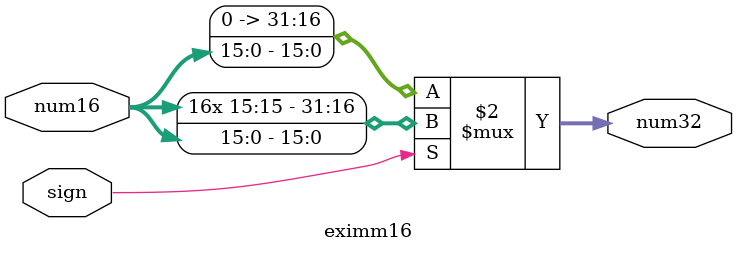
<source format=v>
module eximm16(
    input[15:0]num16,
    input sign,
    output[31:0]num32
);
assign num32=(sign==1)?{{16{num16[15]}},num16[15:0]}:
                        {{16{1'b0}},num16[15:0]};
endmodule
</source>
